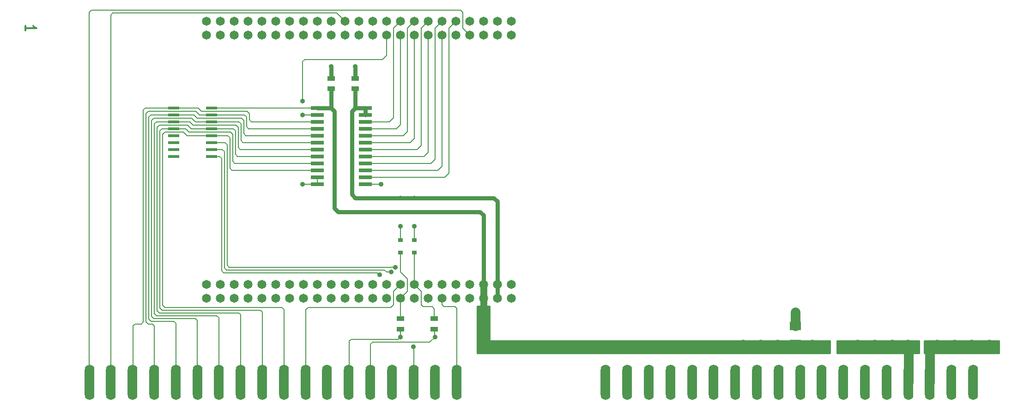
<source format=gtl>
G04 (created by PCBNEW (2013-mar-25)-stable) date Friday, November 01, 2013 02:29:01 PM*
%MOIN*%
G04 Gerber Fmt 3.4, Leading zero omitted, Abs format*
%FSLAX34Y34*%
G01*
G70*
G90*
G04 APERTURE LIST*
%ADD10C,2.3622e-06*%
%ADD11C,0.012*%
%ADD12R,0.079X0.02*%
%ADD13R,0.055X0.035*%
%ADD14R,0.08X0.06*%
%ADD15R,0.035X0.055*%
%ADD16O,0.07X0.256*%
%ADD17R,0.033X0.025*%
%ADD18R,0.0945X0.0276*%
%ADD19C,0.065*%
%ADD20C,0.035*%
%ADD21C,0.1*%
%ADD22C,0.008*%
%ADD23C,0.03*%
%ADD24C,0.05*%
%ADD25C,0.07*%
%ADD26C,0.01*%
G04 APERTURE END LIST*
G54D10*
G54D11*
X10676Y-13171D02*
X10676Y-12828D01*
X10676Y-13000D02*
X11476Y-13000D01*
X11361Y-12942D01*
X11285Y-12885D01*
X11247Y-12828D01*
G54D12*
X21390Y-18750D03*
X21390Y-19250D03*
X21390Y-19750D03*
X21390Y-20250D03*
X21390Y-20750D03*
X21390Y-21250D03*
X21390Y-21750D03*
X21390Y-22250D03*
X24110Y-22250D03*
X24110Y-21750D03*
X24110Y-21250D03*
X24110Y-20750D03*
X24110Y-20250D03*
X24110Y-19750D03*
X24110Y-19250D03*
X24110Y-18750D03*
G54D13*
X37750Y-33970D03*
X37750Y-34730D03*
X40200Y-33970D03*
X40200Y-34730D03*
G54D14*
X66250Y-35800D03*
X66250Y-34500D03*
G54D15*
X69380Y-36000D03*
X68620Y-36000D03*
G54D16*
X15310Y-38580D03*
X16870Y-38580D03*
X18430Y-38580D03*
X19990Y-38580D03*
X21550Y-38580D03*
X23110Y-38580D03*
X24670Y-38580D03*
X26230Y-38580D03*
X27790Y-38580D03*
X29350Y-38580D03*
X30910Y-38580D03*
X32470Y-38580D03*
X34030Y-38580D03*
X35590Y-38580D03*
X37150Y-38580D03*
X38710Y-38580D03*
X40270Y-38580D03*
X41830Y-38580D03*
X52570Y-38580D03*
X54130Y-38580D03*
X55690Y-38580D03*
X57250Y-38580D03*
X58810Y-38580D03*
X60370Y-38580D03*
X61930Y-38580D03*
X63490Y-38580D03*
X65050Y-38580D03*
X66610Y-38580D03*
X68170Y-38580D03*
X69730Y-38580D03*
X71290Y-38580D03*
X72850Y-38580D03*
X74410Y-38580D03*
X75970Y-38580D03*
X77530Y-38580D03*
X79090Y-38580D03*
G54D17*
X38750Y-29190D03*
X38750Y-28310D03*
X37750Y-29190D03*
X37750Y-28310D03*
G54D18*
X31768Y-18750D03*
X31768Y-19250D03*
X31768Y-19750D03*
X31768Y-20250D03*
X31768Y-20750D03*
X31768Y-21250D03*
X31768Y-21750D03*
X31768Y-22250D03*
X31768Y-22750D03*
X31768Y-23250D03*
X31768Y-23750D03*
X31768Y-24250D03*
X35232Y-24250D03*
X35232Y-23750D03*
X35232Y-23250D03*
X35232Y-22750D03*
X35232Y-22250D03*
X35232Y-21750D03*
X35232Y-21250D03*
X35232Y-20750D03*
X35232Y-20250D03*
X35232Y-19750D03*
X35232Y-19250D03*
X35232Y-18750D03*
G54D13*
X32750Y-17380D03*
X32750Y-16620D03*
X34500Y-17380D03*
X34500Y-16620D03*
G54D19*
X45750Y-32500D03*
X45750Y-31500D03*
X44750Y-32500D03*
X44750Y-31500D03*
X43750Y-32500D03*
X43750Y-31500D03*
X42750Y-32500D03*
X42750Y-31500D03*
X41750Y-32500D03*
X41750Y-31500D03*
X40750Y-32500D03*
X40750Y-31500D03*
X39750Y-32500D03*
X39750Y-31500D03*
X38750Y-32500D03*
X38750Y-31500D03*
X37750Y-32500D03*
X37750Y-31500D03*
X36750Y-32500D03*
X36750Y-31500D03*
X35750Y-32500D03*
X35750Y-31500D03*
X34750Y-32500D03*
X34750Y-31500D03*
X33750Y-32500D03*
X33750Y-31500D03*
X32750Y-32500D03*
X32750Y-31500D03*
X31750Y-32500D03*
X31750Y-31500D03*
X30750Y-32500D03*
X30750Y-31500D03*
X29750Y-32500D03*
X29750Y-31500D03*
X28750Y-32500D03*
X28750Y-31500D03*
X27750Y-32500D03*
X27750Y-31500D03*
X26750Y-32500D03*
X26750Y-31500D03*
X25750Y-32500D03*
X25750Y-31500D03*
X24750Y-32500D03*
X24750Y-31500D03*
X23750Y-32500D03*
X23750Y-31500D03*
X45750Y-13500D03*
X45750Y-12500D03*
X44750Y-13500D03*
X44750Y-12500D03*
X43750Y-13500D03*
X43750Y-12500D03*
X42750Y-13500D03*
X42750Y-12500D03*
X41750Y-13500D03*
X41750Y-12500D03*
X40750Y-13500D03*
X40750Y-12500D03*
X39750Y-13500D03*
X39750Y-12500D03*
X38750Y-13500D03*
X38750Y-12500D03*
X37750Y-13500D03*
X37750Y-12500D03*
X36750Y-13500D03*
X36750Y-12500D03*
X35750Y-13500D03*
X35750Y-12500D03*
X34750Y-13500D03*
X34750Y-12500D03*
X33750Y-13500D03*
X33750Y-12500D03*
X32750Y-13500D03*
X32750Y-12500D03*
X31750Y-13500D03*
X31750Y-12500D03*
X30750Y-13500D03*
X30750Y-12500D03*
X29750Y-13500D03*
X29750Y-12500D03*
X28750Y-13500D03*
X28750Y-12500D03*
X27750Y-13500D03*
X27750Y-12500D03*
X26750Y-13500D03*
X26750Y-12500D03*
X25750Y-13500D03*
X25750Y-12500D03*
X24750Y-13500D03*
X24750Y-12500D03*
X23750Y-13500D03*
X23750Y-12500D03*
G54D20*
X37750Y-25250D03*
X37750Y-27300D03*
X38750Y-25250D03*
X38750Y-27300D03*
G54D21*
X67500Y-36000D03*
G54D20*
X43750Y-36000D03*
G54D21*
X62500Y-36000D03*
X65000Y-36000D03*
X63750Y-36000D03*
X70750Y-36000D03*
X73250Y-36000D03*
X72000Y-36000D03*
X74400Y-36000D03*
G54D20*
X30700Y-18250D03*
X30700Y-19250D03*
X38700Y-36000D03*
X37100Y-30600D03*
X37750Y-35300D03*
X36250Y-30800D03*
X40250Y-35300D03*
X37400Y-30250D03*
X66250Y-33500D03*
X30700Y-24250D03*
X34500Y-15750D03*
X32750Y-15750D03*
X36350Y-24250D03*
G54D21*
X79000Y-36000D03*
X77750Y-36000D03*
X80250Y-36000D03*
X76500Y-36000D03*
G54D22*
X37750Y-28310D02*
X37750Y-27300D01*
X38750Y-28310D02*
X38750Y-27300D01*
G54D23*
X34500Y-18750D02*
X34500Y-17380D01*
X35232Y-19250D02*
X35232Y-18750D01*
X35232Y-18750D02*
X34500Y-18750D01*
X34500Y-18750D02*
X34250Y-19000D01*
X34250Y-19000D02*
X34250Y-25000D01*
X34250Y-25000D02*
X34500Y-25250D01*
X34500Y-25250D02*
X37750Y-25250D01*
X37750Y-25250D02*
X38750Y-25250D01*
X38750Y-25250D02*
X44500Y-25250D01*
X44500Y-25250D02*
X44750Y-25500D01*
X44750Y-25500D02*
X44750Y-31500D01*
X44750Y-31500D02*
X44750Y-32500D01*
G54D22*
X68620Y-36000D02*
X67500Y-36000D01*
G54D24*
X43750Y-36000D02*
X43750Y-35250D01*
G54D22*
X31768Y-18750D02*
X24110Y-18750D01*
G54D23*
X32750Y-18750D02*
X32750Y-17380D01*
X33000Y-26000D02*
X33250Y-26250D01*
X31768Y-18750D02*
X32750Y-18750D01*
X33000Y-19000D02*
X33000Y-26000D01*
X32750Y-18750D02*
X33000Y-19000D01*
X43500Y-26250D02*
X33250Y-26250D01*
X43750Y-26500D02*
X43750Y-31500D01*
X43500Y-26250D02*
X43750Y-26500D01*
G54D22*
X63750Y-36000D02*
X65000Y-36000D01*
G54D25*
X65000Y-36000D02*
X67500Y-36000D01*
G54D22*
X62500Y-36000D02*
X63750Y-36000D01*
X43750Y-31500D02*
X43750Y-32500D01*
X69380Y-36000D02*
X70750Y-36000D01*
G54D25*
X74410Y-38580D02*
X74410Y-36000D01*
X74410Y-36000D02*
X74400Y-36000D01*
X72000Y-36000D02*
X73250Y-36000D01*
X73250Y-36000D02*
X74400Y-36000D01*
X70750Y-36000D02*
X72000Y-36000D01*
X74388Y-36000D02*
X74400Y-36000D01*
G54D22*
X42100Y-11700D02*
X15450Y-11700D01*
X42250Y-13000D02*
X42250Y-11850D01*
X42250Y-11850D02*
X42100Y-11700D01*
X42750Y-13500D02*
X42250Y-13000D01*
X15300Y-38570D02*
X15310Y-38580D01*
X15300Y-11850D02*
X15300Y-38570D01*
X15450Y-11700D02*
X15300Y-11850D01*
X37750Y-13500D02*
X37750Y-19950D01*
X37450Y-20250D02*
X35232Y-20250D01*
X37750Y-19950D02*
X37450Y-20250D01*
X38750Y-12500D02*
X38250Y-13000D01*
X37950Y-20750D02*
X35232Y-20750D01*
X38250Y-20450D02*
X37950Y-20750D01*
X38250Y-13000D02*
X38250Y-20450D01*
X38750Y-13500D02*
X38750Y-20950D01*
X38450Y-21250D02*
X35232Y-21250D01*
X38750Y-20950D02*
X38450Y-21250D01*
X39750Y-12500D02*
X39250Y-13000D01*
X38950Y-21750D02*
X35232Y-21750D01*
X39250Y-21450D02*
X38950Y-21750D01*
X39250Y-13000D02*
X39250Y-21450D01*
X39750Y-13500D02*
X39750Y-21950D01*
X39450Y-22250D02*
X35232Y-22250D01*
X39750Y-21950D02*
X39450Y-22250D01*
X40750Y-12500D02*
X40250Y-13000D01*
X39950Y-22750D02*
X35232Y-22750D01*
X40250Y-22450D02*
X39950Y-22750D01*
X40250Y-13000D02*
X40250Y-22450D01*
X40750Y-13500D02*
X40750Y-22950D01*
X40450Y-23250D02*
X35232Y-23250D01*
X40750Y-22950D02*
X40450Y-23250D01*
X41750Y-12500D02*
X41250Y-13000D01*
X40950Y-23750D02*
X35232Y-23750D01*
X41250Y-23450D02*
X40950Y-23750D01*
X41250Y-13000D02*
X41250Y-23450D01*
X30850Y-15250D02*
X30700Y-15400D01*
X36750Y-13500D02*
X36750Y-14950D01*
X36450Y-15250D02*
X36750Y-14950D01*
X30850Y-15250D02*
X36450Y-15250D01*
X30700Y-15400D02*
X30700Y-18250D01*
X31768Y-19250D02*
X30700Y-19250D01*
X30700Y-18250D02*
X30700Y-18250D01*
X38710Y-36010D02*
X38700Y-36000D01*
X38710Y-38580D02*
X38710Y-36010D01*
X36750Y-30600D02*
X36600Y-30450D01*
X37100Y-30600D02*
X36750Y-30600D01*
X25050Y-30300D02*
X25200Y-30450D01*
X36600Y-30450D02*
X25200Y-30450D01*
X24900Y-21750D02*
X25050Y-21900D01*
X25050Y-21900D02*
X25050Y-30300D01*
X24900Y-21750D02*
X24110Y-21750D01*
X37750Y-32500D02*
X38250Y-32000D01*
X37750Y-30600D02*
X37750Y-29190D01*
X38250Y-31100D02*
X37750Y-30600D01*
X38250Y-32000D02*
X38250Y-31100D01*
X37750Y-32500D02*
X37750Y-33970D01*
X21390Y-18750D02*
X19350Y-18750D01*
X18450Y-38560D02*
X18430Y-38580D01*
X18450Y-34500D02*
X18450Y-38560D01*
X18600Y-34350D02*
X18450Y-34500D01*
X19050Y-34350D02*
X18600Y-34350D01*
X19200Y-34200D02*
X19050Y-34350D01*
X19200Y-18900D02*
X19200Y-34200D01*
X19350Y-18750D02*
X19200Y-18900D01*
X21390Y-18750D02*
X23150Y-18750D01*
X26850Y-19600D02*
X27000Y-19750D01*
X26850Y-19150D02*
X26850Y-19600D01*
X26700Y-19000D02*
X26850Y-19150D01*
X23400Y-19000D02*
X26700Y-19000D01*
X23150Y-18750D02*
X23400Y-19000D01*
X31768Y-19750D02*
X27000Y-19750D01*
X19550Y-19000D02*
X19400Y-19150D01*
X23250Y-19250D02*
X23000Y-19000D01*
X23000Y-19000D02*
X19550Y-19000D01*
X24110Y-19250D02*
X23250Y-19250D01*
X20000Y-38570D02*
X19990Y-38580D01*
X20000Y-34500D02*
X20000Y-38570D01*
X19850Y-34350D02*
X20000Y-34500D01*
X19550Y-34350D02*
X19850Y-34350D01*
X19400Y-34200D02*
X19550Y-34350D01*
X19400Y-19150D02*
X19400Y-34200D01*
X24110Y-19250D02*
X26500Y-19250D01*
X26800Y-20250D02*
X31768Y-20250D01*
X26650Y-20100D02*
X26800Y-20250D01*
X26650Y-19400D02*
X26650Y-20100D01*
X26500Y-19250D02*
X26650Y-19400D01*
X21390Y-19250D02*
X19750Y-19250D01*
X21550Y-34300D02*
X21550Y-38580D01*
X21400Y-34150D02*
X21550Y-34300D01*
X19750Y-34150D02*
X21400Y-34150D01*
X19600Y-34000D02*
X19750Y-34150D01*
X19600Y-19400D02*
X19600Y-34000D01*
X19750Y-19250D02*
X19600Y-19400D01*
X21390Y-19250D02*
X22850Y-19250D01*
X26600Y-20750D02*
X31768Y-20750D01*
X26450Y-20600D02*
X26600Y-20750D01*
X26450Y-19650D02*
X26450Y-20600D01*
X26300Y-19500D02*
X26450Y-19650D01*
X23100Y-19500D02*
X26300Y-19500D01*
X22850Y-19250D02*
X23100Y-19500D01*
X19950Y-19500D02*
X19800Y-19650D01*
X22700Y-19500D02*
X19950Y-19500D01*
X24110Y-19750D02*
X22950Y-19750D01*
X22950Y-19750D02*
X22700Y-19500D01*
X23100Y-38570D02*
X23110Y-38580D01*
X23100Y-34100D02*
X23100Y-38570D01*
X22950Y-33950D02*
X23100Y-34100D01*
X19950Y-33950D02*
X22950Y-33950D01*
X19800Y-33800D02*
X19950Y-33950D01*
X19800Y-19650D02*
X19800Y-33800D01*
X24110Y-19750D02*
X26100Y-19750D01*
X26400Y-21250D02*
X31768Y-21250D01*
X26250Y-21100D02*
X26400Y-21250D01*
X26250Y-19900D02*
X26250Y-21100D01*
X26100Y-19750D02*
X26250Y-19900D01*
X21390Y-19750D02*
X20150Y-19750D01*
X24650Y-38560D02*
X24670Y-38580D01*
X24650Y-33900D02*
X24650Y-38560D01*
X24500Y-33750D02*
X24650Y-33900D01*
X20150Y-33750D02*
X24500Y-33750D01*
X20000Y-33600D02*
X20150Y-33750D01*
X20000Y-19900D02*
X20000Y-33600D01*
X20150Y-19750D02*
X20000Y-19900D01*
X21390Y-19750D02*
X22550Y-19750D01*
X26200Y-21750D02*
X31768Y-21750D01*
X26050Y-21600D02*
X26200Y-21750D01*
X26050Y-20150D02*
X26050Y-21600D01*
X25900Y-20000D02*
X26050Y-20150D01*
X22800Y-20000D02*
X25900Y-20000D01*
X22550Y-19750D02*
X22800Y-20000D01*
X20200Y-33400D02*
X20350Y-33550D01*
X22400Y-20000D02*
X20350Y-20000D01*
X20350Y-20000D02*
X20200Y-20150D01*
X20200Y-20150D02*
X20200Y-33400D01*
X24110Y-20250D02*
X22650Y-20250D01*
X22650Y-20250D02*
X22400Y-20000D01*
X26230Y-33680D02*
X26230Y-38580D01*
X26100Y-33550D02*
X26230Y-33680D01*
X20350Y-33550D02*
X26100Y-33550D01*
X25700Y-20250D02*
X25850Y-20400D01*
X24110Y-20250D02*
X25700Y-20250D01*
X26000Y-22250D02*
X25850Y-22100D01*
X25850Y-22100D02*
X25850Y-20400D01*
X26000Y-22250D02*
X31768Y-22250D01*
X20400Y-33200D02*
X20550Y-33350D01*
X20550Y-20250D02*
X20400Y-20400D01*
X20400Y-20400D02*
X20400Y-33200D01*
X21390Y-20250D02*
X20550Y-20250D01*
X27790Y-33490D02*
X27790Y-38580D01*
X27650Y-33350D02*
X27790Y-33490D01*
X20550Y-33350D02*
X27650Y-33350D01*
X25500Y-20500D02*
X25650Y-20650D01*
X22250Y-20250D02*
X22500Y-20500D01*
X22500Y-20500D02*
X25500Y-20500D01*
X21390Y-20250D02*
X22250Y-20250D01*
X25800Y-22750D02*
X25650Y-22600D01*
X25650Y-22600D02*
X25650Y-20650D01*
X25800Y-22750D02*
X31768Y-22750D01*
X29200Y-33150D02*
X29350Y-33300D01*
X24110Y-20750D02*
X22350Y-20750D01*
X29200Y-33150D02*
X20750Y-33150D01*
X20600Y-20650D02*
X20600Y-33000D01*
X20750Y-20500D02*
X20600Y-20650D01*
X22100Y-20500D02*
X20750Y-20500D01*
X22350Y-20750D02*
X22100Y-20500D01*
X20600Y-33000D02*
X20750Y-33150D01*
X29350Y-33300D02*
X29350Y-38580D01*
X31768Y-23250D02*
X25600Y-23250D01*
X25300Y-20750D02*
X24110Y-20750D01*
X25450Y-20900D02*
X25300Y-20750D01*
X25450Y-23100D02*
X25450Y-20900D01*
X25600Y-23250D02*
X25450Y-23100D01*
X36250Y-30800D02*
X36100Y-30650D01*
X24110Y-22250D02*
X24700Y-22250D01*
X24850Y-22400D02*
X24850Y-30500D01*
X24700Y-22250D02*
X24850Y-22400D01*
X36100Y-30650D02*
X25000Y-30650D01*
X24850Y-30500D02*
X25000Y-30650D01*
X37750Y-35300D02*
X37600Y-35450D01*
X34200Y-35450D02*
X34050Y-35600D01*
X37600Y-35450D02*
X34200Y-35450D01*
X37750Y-34730D02*
X37750Y-35300D01*
X34050Y-35600D02*
X34050Y-38560D01*
X34050Y-38560D02*
X34030Y-38580D01*
X25100Y-21250D02*
X24110Y-21250D01*
X25250Y-21400D02*
X25100Y-21250D01*
X25250Y-30100D02*
X25250Y-21400D01*
X25400Y-30250D02*
X25250Y-30100D01*
X37400Y-30250D02*
X25400Y-30250D01*
X40250Y-35300D02*
X39850Y-35650D01*
X35750Y-35650D02*
X35600Y-35800D01*
X39850Y-35650D02*
X35750Y-35650D01*
X40200Y-34730D02*
X40250Y-35300D01*
X35600Y-35800D02*
X35600Y-38570D01*
X35600Y-38570D02*
X35590Y-38580D01*
X41830Y-38580D02*
X41830Y-33230D01*
X41830Y-33230D02*
X41700Y-33100D01*
X41700Y-33100D02*
X40900Y-33100D01*
X40900Y-33100D02*
X40750Y-32950D01*
X40750Y-32950D02*
X40750Y-32500D01*
X37750Y-31500D02*
X37250Y-32000D01*
X30910Y-33340D02*
X30910Y-38580D01*
X31100Y-33150D02*
X30910Y-33340D01*
X37050Y-33150D02*
X31100Y-33150D01*
X37250Y-32950D02*
X37050Y-33150D01*
X37250Y-32000D02*
X37250Y-32950D01*
X33750Y-12500D02*
X33150Y-11900D01*
X16850Y-38560D02*
X16870Y-38580D01*
X16850Y-12050D02*
X16850Y-38560D01*
X17000Y-11900D02*
X16850Y-12050D01*
X33150Y-11900D02*
X17000Y-11900D01*
X40200Y-33970D02*
X40200Y-33250D01*
X39250Y-32000D02*
X39250Y-32950D01*
X39250Y-32950D02*
X39400Y-33100D01*
X39400Y-33100D02*
X40050Y-33100D01*
X40050Y-33100D02*
X40200Y-33250D01*
X39250Y-32000D02*
X38750Y-31500D01*
X38750Y-31500D02*
X38750Y-29190D01*
X37750Y-12500D02*
X37250Y-13000D01*
X36950Y-19750D02*
X35232Y-19750D01*
X37250Y-19450D02*
X36950Y-19750D01*
X37250Y-13000D02*
X37250Y-19450D01*
G54D25*
X66250Y-34500D02*
X66250Y-33500D01*
G54D22*
X31768Y-23750D02*
X31768Y-24250D01*
X31768Y-24250D02*
X30700Y-24250D01*
G54D23*
X34500Y-16620D02*
X34500Y-15750D01*
X32750Y-16620D02*
X32750Y-15750D01*
G54D22*
X35232Y-24250D02*
X36350Y-24250D01*
G54D25*
X80250Y-36000D02*
X79000Y-36000D01*
X77750Y-36000D02*
X76500Y-36000D01*
X79000Y-36000D02*
X77750Y-36000D01*
X75970Y-36000D02*
X76500Y-36000D01*
X75970Y-36000D02*
X75970Y-38580D01*
G54D26*
X69250Y-35550D02*
X75200Y-35550D01*
X69250Y-35630D02*
X75200Y-35630D01*
X69250Y-35710D02*
X75200Y-35710D01*
X69250Y-35790D02*
X75200Y-35790D01*
X69250Y-35870D02*
X75200Y-35870D01*
X69250Y-35950D02*
X75200Y-35950D01*
X69250Y-36030D02*
X75200Y-36030D01*
X69250Y-36110D02*
X75200Y-36110D01*
X69250Y-36190D02*
X75200Y-36190D01*
X69250Y-36270D02*
X75200Y-36270D01*
X69250Y-36350D02*
X75200Y-36350D01*
X69250Y-36430D02*
X75200Y-36430D01*
X75200Y-36450D02*
X69250Y-36450D01*
X69250Y-35550D01*
X75200Y-35550D01*
X75200Y-36450D01*
X43550Y-31550D02*
X43950Y-31550D01*
X43550Y-31630D02*
X43950Y-31630D01*
X43550Y-31710D02*
X43950Y-31710D01*
X43550Y-31790D02*
X43950Y-31790D01*
X43550Y-31870D02*
X43950Y-31870D01*
X43550Y-31950D02*
X43950Y-31950D01*
X43550Y-32030D02*
X43950Y-32030D01*
X43550Y-32110D02*
X43950Y-32110D01*
X43550Y-32190D02*
X43950Y-32190D01*
X43550Y-32270D02*
X43950Y-32270D01*
X43550Y-32350D02*
X43950Y-32350D01*
X43550Y-32430D02*
X43950Y-32430D01*
X43550Y-32510D02*
X43950Y-32510D01*
X43550Y-32590D02*
X43950Y-32590D01*
X43550Y-32670D02*
X43950Y-32670D01*
X43550Y-32750D02*
X43950Y-32750D01*
X43550Y-32830D02*
X43950Y-32830D01*
X43550Y-32910D02*
X43950Y-32910D01*
X43550Y-32990D02*
X43950Y-32990D01*
X43300Y-33070D02*
X44200Y-33070D01*
X43300Y-33150D02*
X44200Y-33150D01*
X43300Y-33230D02*
X44200Y-33230D01*
X43300Y-33310D02*
X44200Y-33310D01*
X43300Y-33390D02*
X44200Y-33390D01*
X43300Y-33470D02*
X44200Y-33470D01*
X43300Y-33550D02*
X44200Y-33550D01*
X43300Y-33630D02*
X44200Y-33630D01*
X43300Y-33710D02*
X44200Y-33710D01*
X43300Y-33790D02*
X44200Y-33790D01*
X43300Y-33870D02*
X44200Y-33870D01*
X43300Y-33950D02*
X44200Y-33950D01*
X43300Y-34030D02*
X44200Y-34030D01*
X43300Y-34110D02*
X44200Y-34110D01*
X43300Y-34190D02*
X44200Y-34190D01*
X43300Y-34270D02*
X44200Y-34270D01*
X43300Y-34350D02*
X44200Y-34350D01*
X43300Y-34430D02*
X44200Y-34430D01*
X43300Y-34510D02*
X44200Y-34510D01*
X43300Y-34590D02*
X44200Y-34590D01*
X43300Y-34670D02*
X44200Y-34670D01*
X43300Y-34750D02*
X44200Y-34750D01*
X43300Y-34830D02*
X44200Y-34830D01*
X43300Y-34910D02*
X44200Y-34910D01*
X43300Y-34990D02*
X44200Y-34990D01*
X43300Y-35070D02*
X44200Y-35070D01*
X43300Y-35150D02*
X44200Y-35150D01*
X43300Y-35230D02*
X44200Y-35230D01*
X43300Y-35310D02*
X44200Y-35310D01*
X43300Y-35390D02*
X44200Y-35390D01*
X43300Y-35470D02*
X44200Y-35470D01*
X43300Y-35550D02*
X68750Y-35550D01*
X43300Y-35630D02*
X68750Y-35630D01*
X43300Y-35710D02*
X68750Y-35710D01*
X43300Y-35790D02*
X68750Y-35790D01*
X43300Y-35870D02*
X68750Y-35870D01*
X43300Y-35950D02*
X68750Y-35950D01*
X43300Y-36030D02*
X68750Y-36030D01*
X43300Y-36110D02*
X68750Y-36110D01*
X43300Y-36190D02*
X68750Y-36190D01*
X43300Y-36270D02*
X68750Y-36270D01*
X43300Y-36350D02*
X68750Y-36350D01*
X43300Y-36430D02*
X68750Y-36430D01*
X68750Y-36450D02*
X43300Y-36450D01*
X43300Y-33050D01*
X43550Y-33050D01*
X43550Y-31550D01*
X43950Y-31550D01*
X43950Y-33050D01*
X44200Y-33050D01*
X44200Y-35550D01*
X68750Y-35550D01*
X68750Y-36450D01*
X75550Y-35550D02*
X80950Y-35550D01*
X75550Y-35630D02*
X80950Y-35630D01*
X75550Y-35710D02*
X80950Y-35710D01*
X75550Y-35790D02*
X80950Y-35790D01*
X75550Y-35870D02*
X80950Y-35870D01*
X75550Y-35950D02*
X80950Y-35950D01*
X75550Y-36030D02*
X80950Y-36030D01*
X75550Y-36110D02*
X80950Y-36110D01*
X75550Y-36190D02*
X80950Y-36190D01*
X75550Y-36270D02*
X80950Y-36270D01*
X75550Y-36350D02*
X80950Y-36350D01*
X75550Y-36430D02*
X80950Y-36430D01*
X80950Y-36450D02*
X75550Y-36450D01*
X75550Y-35550D01*
X80950Y-35550D01*
X80950Y-36450D01*
M02*

</source>
